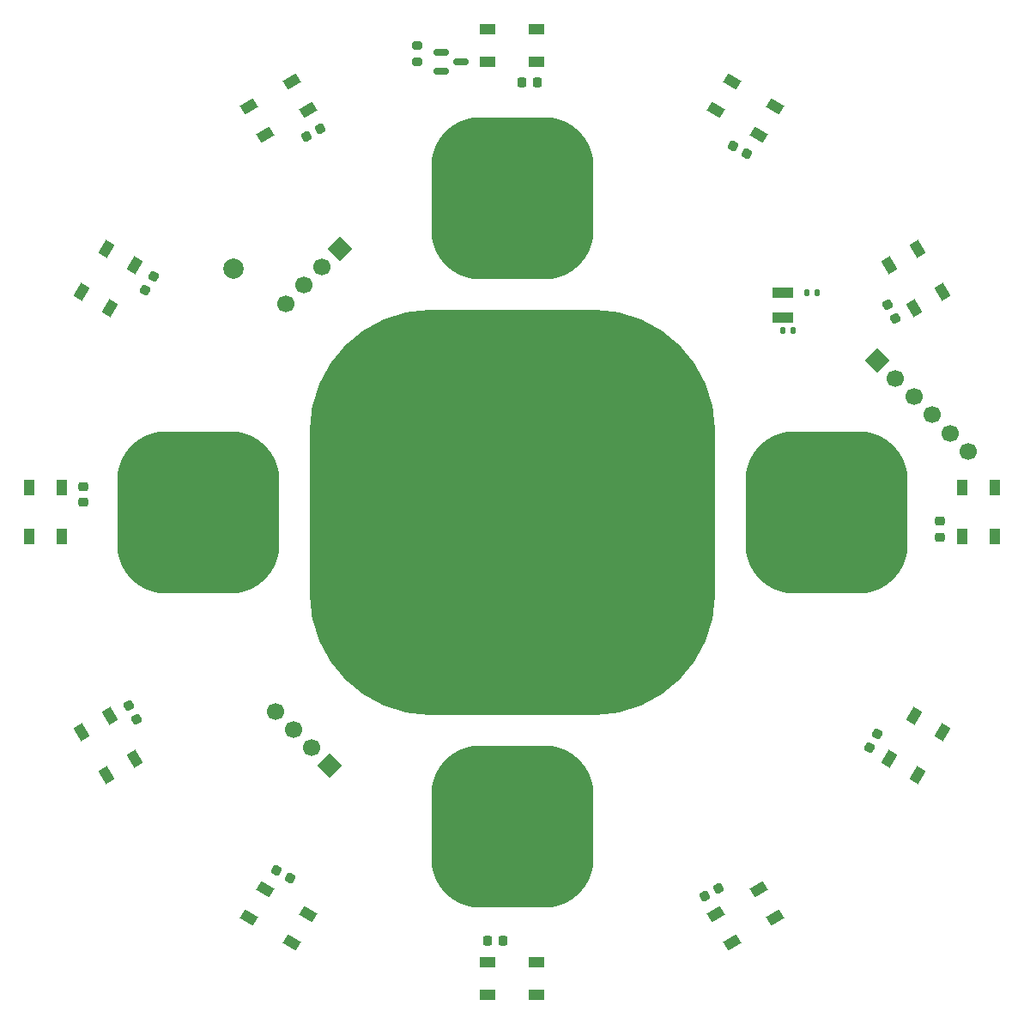
<source format=gts>
G04 #@! TF.GenerationSoftware,KiCad,Pcbnew,6.0.11-2627ca5db0~126~ubuntu20.04.1*
G04 #@! TF.CreationDate,2023-04-28T08:06:44+02:00*
G04 #@! TF.ProjectId,Semafor_top,53656d61-666f-4725-9f74-6f702e6b6963,rev?*
G04 #@! TF.SameCoordinates,Original*
G04 #@! TF.FileFunction,Soldermask,Top*
G04 #@! TF.FilePolarity,Negative*
%FSLAX46Y46*%
G04 Gerber Fmt 4.6, Leading zero omitted, Abs format (unit mm)*
G04 Created by KiCad (PCBNEW 6.0.11-2627ca5db0~126~ubuntu20.04.1) date 2023-04-28 08:06:44*
%MOMM*%
%LPD*%
G01*
G04 APERTURE LIST*
G04 Aperture macros list*
%AMRoundRect*
0 Rectangle with rounded corners*
0 $1 Rounding radius*
0 $2 $3 $4 $5 $6 $7 $8 $9 X,Y pos of 4 corners*
0 Add a 4 corners polygon primitive as box body*
4,1,4,$2,$3,$4,$5,$6,$7,$8,$9,$2,$3,0*
0 Add four circle primitives for the rounded corners*
1,1,$1+$1,$2,$3*
1,1,$1+$1,$4,$5*
1,1,$1+$1,$6,$7*
1,1,$1+$1,$8,$9*
0 Add four rect primitives between the rounded corners*
20,1,$1+$1,$2,$3,$4,$5,0*
20,1,$1+$1,$4,$5,$6,$7,0*
20,1,$1+$1,$6,$7,$8,$9,0*
20,1,$1+$1,$8,$9,$2,$3,0*%
%AMHorizOval*
0 Thick line with rounded ends*
0 $1 width*
0 $2 $3 position (X,Y) of the first rounded end (center of the circle)*
0 $4 $5 position (X,Y) of the second rounded end (center of the circle)*
0 Add line between two ends*
20,1,$1,$2,$3,$4,$5,0*
0 Add two circle primitives to create the rounded ends*
1,1,$1,$2,$3*
1,1,$1,$4,$5*%
%AMRotRect*
0 Rectangle, with rotation*
0 The origin of the aperture is its center*
0 $1 length*
0 $2 width*
0 $3 Rotation angle, in degrees counterclockwise*
0 Add horizontal line*
21,1,$1,$2,0,0,$3*%
G04 Aperture macros list end*
%ADD10R,1.000000X1.500000*%
%ADD11RoundRect,0.135000X-0.135000X-0.185000X0.135000X-0.185000X0.135000X0.185000X-0.135000X0.185000X0*%
%ADD12RoundRect,0.200000X-0.275000X0.200000X-0.275000X-0.200000X0.275000X-0.200000X0.275000X0.200000X0*%
%ADD13RotRect,1.500000X1.000000X210.000000*%
%ADD14RoundRect,0.135000X0.135000X0.185000X-0.135000X0.185000X-0.135000X-0.185000X0.135000X-0.185000X0*%
%ADD15R,1.500000X1.000000*%
%ADD16RoundRect,0.225000X-0.225000X-0.250000X0.225000X-0.250000X0.225000X0.250000X-0.225000X0.250000X0*%
%ADD17RoundRect,4.800000X-3.200000X-3.200000X3.200000X-3.200000X3.200000X3.200000X-3.200000X3.200000X0*%
%ADD18RotRect,1.500000X1.000000X330.000000*%
%ADD19RoundRect,0.225000X0.104006X-0.319856X0.329006X0.069856X-0.104006X0.319856X-0.329006X-0.069856X0*%
%ADD20RoundRect,0.225000X-0.329006X0.069856X-0.104006X-0.319856X0.329006X-0.069856X0.104006X0.319856X0*%
%ADD21RoundRect,0.225000X-0.319856X-0.104006X0.069856X-0.329006X0.319856X0.104006X-0.069856X0.329006X0*%
%ADD22RoundRect,0.225000X-0.104006X0.319856X-0.329006X-0.069856X0.104006X-0.319856X0.329006X0.069856X0*%
%ADD23RoundRect,0.225000X0.329006X-0.069856X0.104006X0.319856X-0.329006X0.069856X-0.104006X-0.319856X0*%
%ADD24C,2.000000*%
%ADD25RoundRect,0.225000X0.225000X0.250000X-0.225000X0.250000X-0.225000X-0.250000X0.225000X-0.250000X0*%
%ADD26RotRect,1.500000X1.000000X30.000000*%
%ADD27RoundRect,0.225000X-0.069856X-0.329006X0.319856X-0.104006X0.069856X0.329006X-0.319856X0.104006X0*%
%ADD28RotRect,1.500000X1.000000X60.000000*%
%ADD29RoundRect,0.225000X-0.250000X0.225000X-0.250000X-0.225000X0.250000X-0.225000X0.250000X0.225000X0*%
%ADD30RoundRect,0.225000X0.319856X0.104006X-0.069856X0.329006X-0.319856X-0.104006X0.069856X-0.329006X0*%
%ADD31RoundRect,0.225000X0.250000X-0.225000X0.250000X0.225000X-0.250000X0.225000X-0.250000X-0.225000X0*%
%ADD32RoundRect,0.150000X-0.587500X-0.150000X0.587500X-0.150000X0.587500X0.150000X-0.587500X0.150000X0*%
%ADD33RotRect,1.500000X1.000000X150.000000*%
%ADD34RoundRect,12.000000X-8.000000X-8.000000X8.000000X-8.000000X8.000000X8.000000X-8.000000X8.000000X0*%
%ADD35RotRect,1.500000X1.000000X120.000000*%
%ADD36RoundRect,0.225000X0.069856X0.329006X-0.319856X0.104006X-0.069856X-0.329006X0.319856X-0.104006X0*%
%ADD37R,2.100000X1.000000*%
%ADD38RotRect,1.500000X1.000000X300.000000*%
%ADD39RotRect,1.500000X1.000000X240.000000*%
%ADD40RotRect,1.700000X1.700000X45.000000*%
%ADD41HorizOval,1.700000X0.000000X0.000000X0.000000X0.000000X0*%
%ADD42RotRect,1.700000X1.700000X225.000000*%
%ADD43HorizOval,1.700000X0.000000X0.000000X0.000000X0.000000X0*%
%ADD44RotRect,1.700000X1.700000X135.000000*%
%ADD45HorizOval,1.700000X0.000000X0.000000X0.000000X0.000000X0*%
G04 APERTURE END LIST*
D10*
G04 #@! TO.C,D4*
X193360000Y-101410000D03*
X196560000Y-101410000D03*
X196560000Y-96510000D03*
X193360000Y-96510000D03*
G04 #@! TD*
D11*
G04 #@! TO.C,R27*
X175650000Y-81085000D03*
X176670000Y-81085000D03*
G04 #@! TD*
D12*
G04 #@! TO.C,R4*
X139590000Y-52915000D03*
X139590000Y-54565000D03*
G04 #@! TD*
D13*
G04 #@! TO.C,D12*
X128881761Y-59283472D03*
X127281761Y-56512190D03*
X123038237Y-58962190D03*
X124638237Y-61733472D03*
G04 #@! TD*
D14*
G04 #@! TO.C,R26*
X179060000Y-77300000D03*
X178040000Y-77300000D03*
G04 #@! TD*
D15*
G04 #@! TO.C,D7*
X146510000Y-143360000D03*
X146510000Y-146560000D03*
X151410000Y-146560000D03*
X151410000Y-143360000D03*
G04 #@! TD*
D16*
G04 #@! TO.C,C24*
X146535000Y-141240000D03*
X148085000Y-141240000D03*
G04 #@! TD*
D17*
G04 #@! TO.C,BTN5_LEFT1*
X118000000Y-99000000D03*
G04 #@! TD*
G04 #@! TO.C,BTN2_UP1*
X149000000Y-68000000D03*
G04 #@! TD*
D18*
G04 #@! TO.C,D8*
X124638238Y-136186527D03*
X123038238Y-138957809D03*
X127281762Y-141407809D03*
X128881762Y-138636527D03*
G04 #@! TD*
D19*
G04 #@! TO.C,C20*
X184245000Y-122232340D03*
X185020000Y-120890000D03*
G04 #@! TD*
D17*
G04 #@! TO.C,BTN3_DOWN1*
X149000000Y-130000000D03*
G04 #@! TD*
D20*
G04 #@! TO.C,C18*
X111162500Y-118058830D03*
X111937500Y-119401170D03*
G04 #@! TD*
D21*
G04 #@! TO.C,C21*
X125718830Y-134282500D03*
X127061170Y-135057500D03*
G04 #@! TD*
D22*
G04 #@! TO.C,C19*
X113577500Y-75748830D03*
X112802500Y-77091170D03*
G04 #@! TD*
D23*
G04 #@! TO.C,C15*
X186737500Y-79831170D03*
X185962500Y-78488830D03*
G04 #@! TD*
D24*
G04 #@! TO.C,TP1*
X121500000Y-75000000D03*
G04 #@! TD*
D25*
G04 #@! TO.C,C23*
X151445000Y-56580000D03*
X149895000Y-56580000D03*
G04 #@! TD*
D26*
G04 #@! TO.C,D6*
X169038238Y-138636527D03*
X170638238Y-141407809D03*
X174881762Y-138957809D03*
X173281762Y-136186527D03*
G04 #@! TD*
D27*
G04 #@! TO.C,C11*
X167998830Y-136857500D03*
X169341170Y-136082500D03*
G04 #@! TD*
D28*
G04 #@! TO.C,D5*
X186186527Y-123281761D03*
X188957809Y-124881761D03*
X191407809Y-120638237D03*
X188636527Y-119038237D03*
G04 #@! TD*
D29*
G04 #@! TO.C,C17*
X106700000Y-96465000D03*
X106700000Y-98015000D03*
G04 #@! TD*
D30*
G04 #@! TO.C,C16*
X172141170Y-63597500D03*
X170798830Y-62822500D03*
G04 #@! TD*
D17*
G04 #@! TO.C,BTN4_RIGHT1*
X180000000Y-99000000D03*
G04 #@! TD*
D31*
G04 #@! TO.C,C22*
X191170000Y-101425000D03*
X191170000Y-99875000D03*
G04 #@! TD*
D32*
G04 #@! TO.C,Q1*
X142012500Y-53600000D03*
X142012500Y-55500000D03*
X143887500Y-54550000D03*
G04 #@! TD*
D33*
G04 #@! TO.C,D2*
X173281762Y-61733472D03*
X174881762Y-58962190D03*
X170638238Y-56512190D03*
X169038238Y-59283472D03*
G04 #@! TD*
D34*
G04 #@! TO.C,BTN1_ENTER1*
X149000000Y-99000000D03*
G04 #@! TD*
D10*
G04 #@! TO.C,D10*
X104560000Y-96510000D03*
X101360000Y-96510000D03*
X101360000Y-101410000D03*
X104560000Y-101410000D03*
G04 #@! TD*
D35*
G04 #@! TO.C,D3*
X188636527Y-78881762D03*
X191407809Y-77281762D03*
X188957809Y-73038238D03*
X186186527Y-74638238D03*
G04 #@! TD*
D36*
G04 #@! TO.C,C12*
X130041170Y-61152500D03*
X128698830Y-61927500D03*
G04 #@! TD*
D37*
G04 #@! TO.C,Q5*
X175630000Y-77290000D03*
X175630000Y-79790000D03*
G04 #@! TD*
D15*
G04 #@! TO.C,D1*
X151410000Y-54560000D03*
X151410000Y-51360000D03*
X146510000Y-51360000D03*
X146510000Y-54560000D03*
G04 #@! TD*
D38*
G04 #@! TO.C,D9*
X109283472Y-119038238D03*
X106512190Y-120638238D03*
X108962190Y-124881762D03*
X111733472Y-123281762D03*
G04 #@! TD*
D39*
G04 #@! TO.C,D11*
X111733472Y-74638238D03*
X108962190Y-73038238D03*
X106512190Y-77281762D03*
X109283472Y-78881762D03*
G04 #@! TD*
D40*
G04 #@! TO.C,J7*
X131000000Y-124000000D03*
D41*
X129203949Y-122203949D03*
X127407898Y-120407898D03*
X125611846Y-118611846D03*
G04 #@! TD*
D42*
G04 #@! TO.C,J6*
X185000000Y-84000000D03*
D43*
X186796051Y-85796051D03*
X188592102Y-87592102D03*
X190388154Y-89388154D03*
X192184205Y-91184205D03*
X193980256Y-92980256D03*
G04 #@! TD*
D44*
G04 #@! TO.C,J5*
X132000000Y-73000000D03*
D45*
X130203949Y-74796051D03*
X128407898Y-76592102D03*
X126611846Y-78388154D03*
G04 #@! TD*
M02*

</source>
